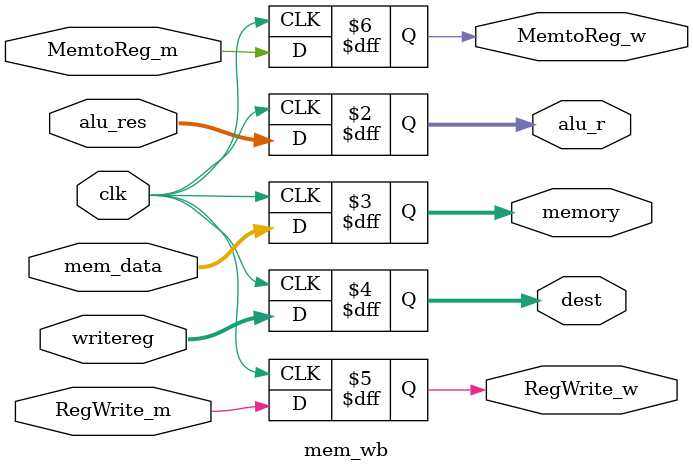
<source format=v>
`timescale 1ns / 1ps
module mem_wb(
input clk,
input [31:0]alu_res,
input [31:0]mem_data,
input [4:0]writereg,
input RegWrite_m,
input MemtoReg_m,
output reg [31:0]alu_r,
output reg [31:0]memory,
output reg [4:0]dest,
output reg RegWrite_w,
output reg MemtoReg_w

    );
always @(posedge clk)
begin
{alu_r,memory, dest } <= {alu_res, mem_data,writereg};
{RegWrite_w, MemtoReg_w} <= {RegWrite_m, MemtoReg_m};
end
endmodule

</source>
